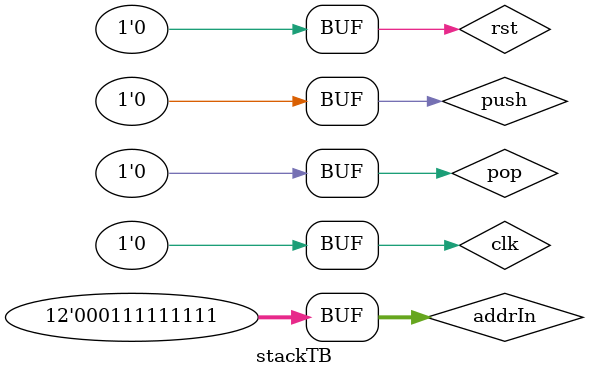
<source format=v>
module stack(
	input clk, rst, push, pop,
	input [11:0]addrIn,
	output reg[11:0]addrOut
);
	reg [11:0] stack [0:7];
	reg [2:0] ptr;
	initial ptr = 0;

	always @(posedge clk, posedge rst) begin
		if (rst)
			ptr = 0;
		else if (push)
			ptr <= ptr + 1;
		else if (pop && ptr > 0)
			ptr <= ptr - 1;
	end

	always @(push, pop) begin
		if(push)
			stack[ptr] <= addrIn;
		if(pop && ptr > 0)
			addrOut <= stack[ptr - 1];
		else 
			addrOut <= addrIn;
	end
endmodule

module stackTB();
	reg clk, rst, push, pop;
	reg [11:0] addrIn;
	wire [11:0] addrOut;

	stack s1(clk, rst, push, pop, addrIn, addrOut);
	initial begin
		clk=0;
	    repeat (40)
	    #200 clk=~clk;
	end
	initial begin
    	rst = 1; 
    	#400;
    	rst = 0; 
    	addrIn = 12'b000000111111;
    	#400;
    	push = 1;
    	#400;
    	addrIn = 12'b000111111111;
    	push = 1;
    	#400;
    	push = 0;
    	pop = 1;
    	#400;
    	push = 0;
    	pop = 1;
    	#400;
    	push = 0;
    	pop = 0;
    	#400;
  	end

endmodule
</source>
